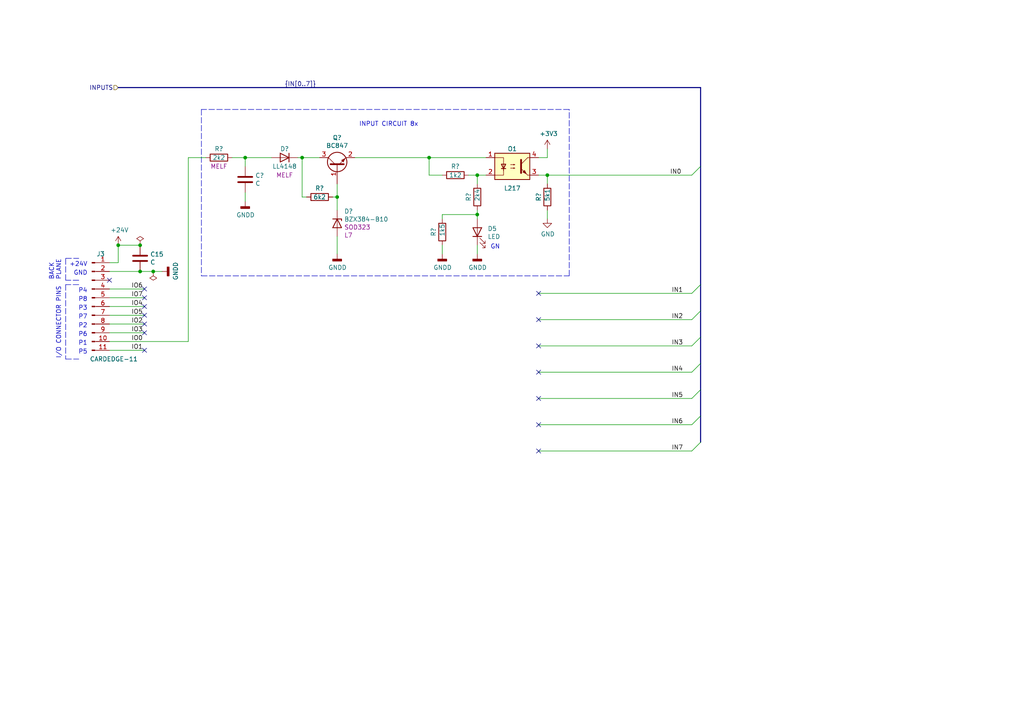
<source format=kicad_sch>
(kicad_sch (version 20211123) (generator eeschema)

  (uuid ee792600-ac92-42d4-bfa6-2e382859bc7e)

  (paper "A4")

  (title_block
    (title "Vipa SLIO SM021-1BF00 DI8xDC24V DC")
    (date "2024-11-05")
    (rev "3")
    (company "Reverse engineered, design copyright VIPA GmbH")
    (comment 1 "Input conditioning.")
    (comment 2 "Accuracy of components and wiring not guaranteed!")
    (comment 3 "For repair purposes only!")
  )

  (lib_symbols
    (symbol "Connector:Conn_01x11_Male" (pin_names (offset 1.016) hide) (in_bom yes) (on_board yes)
      (property "Reference" "J" (id 0) (at 0 15.24 0)
        (effects (font (size 1.27 1.27)))
      )
      (property "Value" "Conn_01x11_Male" (id 1) (at 0 -15.24 0)
        (effects (font (size 1.27 1.27)))
      )
      (property "Footprint" "" (id 2) (at 0 0 0)
        (effects (font (size 1.27 1.27)) hide)
      )
      (property "Datasheet" "~" (id 3) (at 0 0 0)
        (effects (font (size 1.27 1.27)) hide)
      )
      (property "ki_keywords" "connector" (id 4) (at 0 0 0)
        (effects (font (size 1.27 1.27)) hide)
      )
      (property "ki_description" "Generic connector, single row, 01x11, script generated (kicad-library-utils/schlib/autogen/connector/)" (id 5) (at 0 0 0)
        (effects (font (size 1.27 1.27)) hide)
      )
      (property "ki_fp_filters" "Connector*:*_1x??_*" (id 6) (at 0 0 0)
        (effects (font (size 1.27 1.27)) hide)
      )
      (symbol "Conn_01x11_Male_1_1"
        (polyline
          (pts
            (xy 1.27 -12.7)
            (xy 0.8636 -12.7)
          )
          (stroke (width 0.1524) (type default) (color 0 0 0 0))
          (fill (type none))
        )
        (polyline
          (pts
            (xy 1.27 -10.16)
            (xy 0.8636 -10.16)
          )
          (stroke (width 0.1524) (type default) (color 0 0 0 0))
          (fill (type none))
        )
        (polyline
          (pts
            (xy 1.27 -7.62)
            (xy 0.8636 -7.62)
          )
          (stroke (width 0.1524) (type default) (color 0 0 0 0))
          (fill (type none))
        )
        (polyline
          (pts
            (xy 1.27 -5.08)
            (xy 0.8636 -5.08)
          )
          (stroke (width 0.1524) (type default) (color 0 0 0 0))
          (fill (type none))
        )
        (polyline
          (pts
            (xy 1.27 -2.54)
            (xy 0.8636 -2.54)
          )
          (stroke (width 0.1524) (type default) (color 0 0 0 0))
          (fill (type none))
        )
        (polyline
          (pts
            (xy 1.27 0)
            (xy 0.8636 0)
          )
          (stroke (width 0.1524) (type default) (color 0 0 0 0))
          (fill (type none))
        )
        (polyline
          (pts
            (xy 1.27 2.54)
            (xy 0.8636 2.54)
          )
          (stroke (width 0.1524) (type default) (color 0 0 0 0))
          (fill (type none))
        )
        (polyline
          (pts
            (xy 1.27 5.08)
            (xy 0.8636 5.08)
          )
          (stroke (width 0.1524) (type default) (color 0 0 0 0))
          (fill (type none))
        )
        (polyline
          (pts
            (xy 1.27 7.62)
            (xy 0.8636 7.62)
          )
          (stroke (width 0.1524) (type default) (color 0 0 0 0))
          (fill (type none))
        )
        (polyline
          (pts
            (xy 1.27 10.16)
            (xy 0.8636 10.16)
          )
          (stroke (width 0.1524) (type default) (color 0 0 0 0))
          (fill (type none))
        )
        (polyline
          (pts
            (xy 1.27 12.7)
            (xy 0.8636 12.7)
          )
          (stroke (width 0.1524) (type default) (color 0 0 0 0))
          (fill (type none))
        )
        (rectangle (start 0.8636 -12.573) (end 0 -12.827)
          (stroke (width 0.1524) (type default) (color 0 0 0 0))
          (fill (type outline))
        )
        (rectangle (start 0.8636 -10.033) (end 0 -10.287)
          (stroke (width 0.1524) (type default) (color 0 0 0 0))
          (fill (type outline))
        )
        (rectangle (start 0.8636 -7.493) (end 0 -7.747)
          (stroke (width 0.1524) (type default) (color 0 0 0 0))
          (fill (type outline))
        )
        (rectangle (start 0.8636 -4.953) (end 0 -5.207)
          (stroke (width 0.1524) (type default) (color 0 0 0 0))
          (fill (type outline))
        )
        (rectangle (start 0.8636 -2.413) (end 0 -2.667)
          (stroke (width 0.1524) (type default) (color 0 0 0 0))
          (fill (type outline))
        )
        (rectangle (start 0.8636 0.127) (end 0 -0.127)
          (stroke (width 0.1524) (type default) (color 0 0 0 0))
          (fill (type outline))
        )
        (rectangle (start 0.8636 2.667) (end 0 2.413)
          (stroke (width 0.1524) (type default) (color 0 0 0 0))
          (fill (type outline))
        )
        (rectangle (start 0.8636 5.207) (end 0 4.953)
          (stroke (width 0.1524) (type default) (color 0 0 0 0))
          (fill (type outline))
        )
        (rectangle (start 0.8636 7.747) (end 0 7.493)
          (stroke (width 0.1524) (type default) (color 0 0 0 0))
          (fill (type outline))
        )
        (rectangle (start 0.8636 10.287) (end 0 10.033)
          (stroke (width 0.1524) (type default) (color 0 0 0 0))
          (fill (type outline))
        )
        (rectangle (start 0.8636 12.827) (end 0 12.573)
          (stroke (width 0.1524) (type default) (color 0 0 0 0))
          (fill (type outline))
        )
        (pin passive line (at 5.08 12.7 180) (length 3.81)
          (name "Pin_1" (effects (font (size 1.27 1.27))))
          (number "1" (effects (font (size 1.27 1.27))))
        )
        (pin passive line (at 5.08 -10.16 180) (length 3.81)
          (name "Pin_10" (effects (font (size 1.27 1.27))))
          (number "10" (effects (font (size 1.27 1.27))))
        )
        (pin passive line (at 5.08 -12.7 180) (length 3.81)
          (name "Pin_11" (effects (font (size 1.27 1.27))))
          (number "11" (effects (font (size 1.27 1.27))))
        )
        (pin passive line (at 5.08 10.16 180) (length 3.81)
          (name "Pin_2" (effects (font (size 1.27 1.27))))
          (number "2" (effects (font (size 1.27 1.27))))
        )
        (pin passive line (at 5.08 7.62 180) (length 3.81)
          (name "Pin_3" (effects (font (size 1.27 1.27))))
          (number "3" (effects (font (size 1.27 1.27))))
        )
        (pin passive line (at 5.08 5.08 180) (length 3.81)
          (name "Pin_4" (effects (font (size 1.27 1.27))))
          (number "4" (effects (font (size 1.27 1.27))))
        )
        (pin passive line (at 5.08 2.54 180) (length 3.81)
          (name "Pin_5" (effects (font (size 1.27 1.27))))
          (number "5" (effects (font (size 1.27 1.27))))
        )
        (pin passive line (at 5.08 0 180) (length 3.81)
          (name "Pin_6" (effects (font (size 1.27 1.27))))
          (number "6" (effects (font (size 1.27 1.27))))
        )
        (pin passive line (at 5.08 -2.54 180) (length 3.81)
          (name "Pin_7" (effects (font (size 1.27 1.27))))
          (number "7" (effects (font (size 1.27 1.27))))
        )
        (pin passive line (at 5.08 -5.08 180) (length 3.81)
          (name "Pin_8" (effects (font (size 1.27 1.27))))
          (number "8" (effects (font (size 1.27 1.27))))
        )
        (pin passive line (at 5.08 -7.62 180) (length 3.81)
          (name "Pin_9" (effects (font (size 1.27 1.27))))
          (number "9" (effects (font (size 1.27 1.27))))
        )
      )
    )
    (symbol "Device:C" (pin_numbers hide) (pin_names (offset 0.254)) (in_bom yes) (on_board yes)
      (property "Reference" "C" (id 0) (at 0.635 2.54 0)
        (effects (font (size 1.27 1.27)) (justify left))
      )
      (property "Value" "C" (id 1) (at 0.635 -2.54 0)
        (effects (font (size 1.27 1.27)) (justify left))
      )
      (property "Footprint" "" (id 2) (at 0.9652 -3.81 0)
        (effects (font (size 1.27 1.27)) hide)
      )
      (property "Datasheet" "~" (id 3) (at 0 0 0)
        (effects (font (size 1.27 1.27)) hide)
      )
      (property "ki_keywords" "cap capacitor" (id 4) (at 0 0 0)
        (effects (font (size 1.27 1.27)) hide)
      )
      (property "ki_description" "Unpolarized capacitor" (id 5) (at 0 0 0)
        (effects (font (size 1.27 1.27)) hide)
      )
      (property "ki_fp_filters" "C_*" (id 6) (at 0 0 0)
        (effects (font (size 1.27 1.27)) hide)
      )
      (symbol "C_0_1"
        (polyline
          (pts
            (xy -2.032 -0.762)
            (xy 2.032 -0.762)
          )
          (stroke (width 0.508) (type default) (color 0 0 0 0))
          (fill (type none))
        )
        (polyline
          (pts
            (xy -2.032 0.762)
            (xy 2.032 0.762)
          )
          (stroke (width 0.508) (type default) (color 0 0 0 0))
          (fill (type none))
        )
      )
      (symbol "C_1_1"
        (pin passive line (at 0 3.81 270) (length 2.794)
          (name "~" (effects (font (size 1.27 1.27))))
          (number "1" (effects (font (size 1.27 1.27))))
        )
        (pin passive line (at 0 -3.81 90) (length 2.794)
          (name "~" (effects (font (size 1.27 1.27))))
          (number "2" (effects (font (size 1.27 1.27))))
        )
      )
    )
    (symbol "Device:D_Zener" (pin_numbers hide) (pin_names (offset 1.016) hide) (in_bom yes) (on_board yes)
      (property "Reference" "D" (id 0) (at 0 2.54 0)
        (effects (font (size 1.27 1.27)))
      )
      (property "Value" "D_Zener" (id 1) (at 0 -2.54 0)
        (effects (font (size 1.27 1.27)))
      )
      (property "Footprint" "" (id 2) (at 0 0 0)
        (effects (font (size 1.27 1.27)) hide)
      )
      (property "Datasheet" "~" (id 3) (at 0 0 0)
        (effects (font (size 1.27 1.27)) hide)
      )
      (property "ki_keywords" "diode" (id 4) (at 0 0 0)
        (effects (font (size 1.27 1.27)) hide)
      )
      (property "ki_description" "Zener diode" (id 5) (at 0 0 0)
        (effects (font (size 1.27 1.27)) hide)
      )
      (property "ki_fp_filters" "TO-???* *_Diode_* *SingleDiode* D_*" (id 6) (at 0 0 0)
        (effects (font (size 1.27 1.27)) hide)
      )
      (symbol "D_Zener_0_1"
        (polyline
          (pts
            (xy 1.27 0)
            (xy -1.27 0)
          )
          (stroke (width 0) (type default) (color 0 0 0 0))
          (fill (type none))
        )
        (polyline
          (pts
            (xy -1.27 -1.27)
            (xy -1.27 1.27)
            (xy -0.762 1.27)
          )
          (stroke (width 0.254) (type default) (color 0 0 0 0))
          (fill (type none))
        )
        (polyline
          (pts
            (xy 1.27 -1.27)
            (xy 1.27 1.27)
            (xy -1.27 0)
            (xy 1.27 -1.27)
          )
          (stroke (width 0.254) (type default) (color 0 0 0 0))
          (fill (type none))
        )
      )
      (symbol "D_Zener_1_1"
        (pin passive line (at -3.81 0 0) (length 2.54)
          (name "K" (effects (font (size 1.27 1.27))))
          (number "1" (effects (font (size 1.27 1.27))))
        )
        (pin passive line (at 3.81 0 180) (length 2.54)
          (name "A" (effects (font (size 1.27 1.27))))
          (number "2" (effects (font (size 1.27 1.27))))
        )
      )
    )
    (symbol "Device:LED" (pin_numbers hide) (pin_names (offset 1.016) hide) (in_bom yes) (on_board yes)
      (property "Reference" "D" (id 0) (at 0 2.54 0)
        (effects (font (size 1.27 1.27)))
      )
      (property "Value" "LED" (id 1) (at 0 -2.54 0)
        (effects (font (size 1.27 1.27)))
      )
      (property "Footprint" "" (id 2) (at 0 0 0)
        (effects (font (size 1.27 1.27)) hide)
      )
      (property "Datasheet" "~" (id 3) (at 0 0 0)
        (effects (font (size 1.27 1.27)) hide)
      )
      (property "ki_keywords" "LED diode" (id 4) (at 0 0 0)
        (effects (font (size 1.27 1.27)) hide)
      )
      (property "ki_description" "Light emitting diode" (id 5) (at 0 0 0)
        (effects (font (size 1.27 1.27)) hide)
      )
      (property "ki_fp_filters" "LED* LED_SMD:* LED_THT:*" (id 6) (at 0 0 0)
        (effects (font (size 1.27 1.27)) hide)
      )
      (symbol "LED_0_1"
        (polyline
          (pts
            (xy -1.27 -1.27)
            (xy -1.27 1.27)
          )
          (stroke (width 0.254) (type default) (color 0 0 0 0))
          (fill (type none))
        )
        (polyline
          (pts
            (xy -1.27 0)
            (xy 1.27 0)
          )
          (stroke (width 0) (type default) (color 0 0 0 0))
          (fill (type none))
        )
        (polyline
          (pts
            (xy 1.27 -1.27)
            (xy 1.27 1.27)
            (xy -1.27 0)
            (xy 1.27 -1.27)
          )
          (stroke (width 0.254) (type default) (color 0 0 0 0))
          (fill (type none))
        )
        (polyline
          (pts
            (xy -3.048 -0.762)
            (xy -4.572 -2.286)
            (xy -3.81 -2.286)
            (xy -4.572 -2.286)
            (xy -4.572 -1.524)
          )
          (stroke (width 0) (type default) (color 0 0 0 0))
          (fill (type none))
        )
        (polyline
          (pts
            (xy -1.778 -0.762)
            (xy -3.302 -2.286)
            (xy -2.54 -2.286)
            (xy -3.302 -2.286)
            (xy -3.302 -1.524)
          )
          (stroke (width 0) (type default) (color 0 0 0 0))
          (fill (type none))
        )
      )
      (symbol "LED_1_1"
        (pin passive line (at -3.81 0 0) (length 2.54)
          (name "K" (effects (font (size 1.27 1.27))))
          (number "1" (effects (font (size 1.27 1.27))))
        )
        (pin passive line (at 3.81 0 180) (length 2.54)
          (name "A" (effects (font (size 1.27 1.27))))
          (number "2" (effects (font (size 1.27 1.27))))
        )
      )
    )
    (symbol "Device:R" (pin_numbers hide) (pin_names (offset 0)) (in_bom yes) (on_board yes)
      (property "Reference" "R" (id 0) (at 2.032 0 90)
        (effects (font (size 1.27 1.27)))
      )
      (property "Value" "R" (id 1) (at 0 0 90)
        (effects (font (size 1.27 1.27)))
      )
      (property "Footprint" "" (id 2) (at -1.778 0 90)
        (effects (font (size 1.27 1.27)) hide)
      )
      (property "Datasheet" "~" (id 3) (at 0 0 0)
        (effects (font (size 1.27 1.27)) hide)
      )
      (property "ki_keywords" "R res resistor" (id 4) (at 0 0 0)
        (effects (font (size 1.27 1.27)) hide)
      )
      (property "ki_description" "Resistor" (id 5) (at 0 0 0)
        (effects (font (size 1.27 1.27)) hide)
      )
      (property "ki_fp_filters" "R_*" (id 6) (at 0 0 0)
        (effects (font (size 1.27 1.27)) hide)
      )
      (symbol "R_0_1"
        (rectangle (start -1.016 -2.54) (end 1.016 2.54)
          (stroke (width 0.254) (type default) (color 0 0 0 0))
          (fill (type none))
        )
      )
      (symbol "R_1_1"
        (pin passive line (at 0 3.81 270) (length 1.27)
          (name "~" (effects (font (size 1.27 1.27))))
          (number "1" (effects (font (size 1.27 1.27))))
        )
        (pin passive line (at 0 -3.81 90) (length 1.27)
          (name "~" (effects (font (size 1.27 1.27))))
          (number "2" (effects (font (size 1.27 1.27))))
        )
      )
    )
    (symbol "Diode:LL4148" (pin_numbers hide) (pin_names hide) (in_bom yes) (on_board yes)
      (property "Reference" "D" (id 0) (at 0 2.54 0)
        (effects (font (size 1.27 1.27)))
      )
      (property "Value" "LL4148" (id 1) (at 0 -2.54 0)
        (effects (font (size 1.27 1.27)))
      )
      (property "Footprint" "Diode_SMD:D_MiniMELF" (id 2) (at 0 -4.445 0)
        (effects (font (size 1.27 1.27)) hide)
      )
      (property "Datasheet" "http://www.vishay.com/docs/85557/ll4148.pdf" (id 3) (at 0 0 0)
        (effects (font (size 1.27 1.27)) hide)
      )
      (property "ki_keywords" "diode" (id 4) (at 0 0 0)
        (effects (font (size 1.27 1.27)) hide)
      )
      (property "ki_description" "100V 0.15A standard switching diode, MiniMELF" (id 5) (at 0 0 0)
        (effects (font (size 1.27 1.27)) hide)
      )
      (property "ki_fp_filters" "D*MiniMELF*" (id 6) (at 0 0 0)
        (effects (font (size 1.27 1.27)) hide)
      )
      (symbol "LL4148_0_1"
        (polyline
          (pts
            (xy -1.27 1.27)
            (xy -1.27 -1.27)
          )
          (stroke (width 0.254) (type default) (color 0 0 0 0))
          (fill (type none))
        )
        (polyline
          (pts
            (xy 1.27 0)
            (xy -1.27 0)
          )
          (stroke (width 0) (type default) (color 0 0 0 0))
          (fill (type none))
        )
        (polyline
          (pts
            (xy 1.27 1.27)
            (xy 1.27 -1.27)
            (xy -1.27 0)
            (xy 1.27 1.27)
          )
          (stroke (width 0.254) (type default) (color 0 0 0 0))
          (fill (type none))
        )
      )
      (symbol "LL4148_1_1"
        (pin passive line (at -3.81 0 0) (length 2.54)
          (name "K" (effects (font (size 1.27 1.27))))
          (number "1" (effects (font (size 1.27 1.27))))
        )
        (pin passive line (at 3.81 0 180) (length 2.54)
          (name "A" (effects (font (size 1.27 1.27))))
          (number "2" (effects (font (size 1.27 1.27))))
        )
      )
    )
    (symbol "Isolator:SFH617A-2" (pin_names (offset 1.016)) (in_bom yes) (on_board yes)
      (property "Reference" "U" (id 0) (at -5.08 5.08 0)
        (effects (font (size 1.27 1.27)) (justify left))
      )
      (property "Value" "SFH617A-2" (id 1) (at 0 5.08 0)
        (effects (font (size 1.27 1.27)) (justify left))
      )
      (property "Footprint" "Package_DIP:DIP-4_W7.62mm" (id 2) (at -5.08 -5.08 0)
        (effects (font (size 1.27 1.27) italic) (justify left) hide)
      )
      (property "Datasheet" "http://www.vishay.com/docs/83740/sfh617a.pdf" (id 3) (at 0 0 0)
        (effects (font (size 1.27 1.27)) (justify left) hide)
      )
      (property "ki_keywords" "Optocoupler, Phototransistor Output, 5300 VRMS, VCEO 70V, CTR% 63-125" (id 4) (at 0 0 0)
        (effects (font (size 1.27 1.27)) hide)
      )
      (property "ki_description" "Optocoupler, Phototransistor Output, 5300 VRMS, VCEO 70V, CTR% 63-125, -55 to +110 degree Celsius, UL, BSI, FIMKO, cUL, THT PDIP-4" (id 5) (at 0 0 0)
        (effects (font (size 1.27 1.27)) hide)
      )
      (property "ki_fp_filters" "DIP*W7.62mm*" (id 6) (at 0 0 0)
        (effects (font (size 1.27 1.27)) hide)
      )
      (symbol "SFH617A-2_0_1"
        (rectangle (start -5.08 3.81) (end 5.08 -3.81)
          (stroke (width 0.254) (type default) (color 0 0 0 0))
          (fill (type background))
        )
        (polyline
          (pts
            (xy -3.175 -0.635)
            (xy -1.905 -0.635)
          )
          (stroke (width 0.254) (type default) (color 0 0 0 0))
          (fill (type none))
        )
        (polyline
          (pts
            (xy 2.54 0.635)
            (xy 4.445 2.54)
          )
          (stroke (width 0) (type default) (color 0 0 0 0))
          (fill (type none))
        )
        (polyline
          (pts
            (xy 4.445 -2.54)
            (xy 2.54 -0.635)
          )
          (stroke (width 0) (type default) (color 0 0 0 0))
          (fill (type outline))
        )
        (polyline
          (pts
            (xy 4.445 -2.54)
            (xy 5.08 -2.54)
          )
          (stroke (width 0) (type default) (color 0 0 0 0))
          (fill (type none))
        )
        (polyline
          (pts
            (xy 4.445 2.54)
            (xy 5.08 2.54)
          )
          (stroke (width 0) (type default) (color 0 0 0 0))
          (fill (type none))
        )
        (polyline
          (pts
            (xy -2.54 -0.635)
            (xy -2.54 -2.54)
            (xy -5.08 -2.54)
          )
          (stroke (width 0) (type default) (color 0 0 0 0))
          (fill (type none))
        )
        (polyline
          (pts
            (xy 2.54 1.905)
            (xy 2.54 -1.905)
            (xy 2.54 -1.905)
          )
          (stroke (width 0.508) (type default) (color 0 0 0 0))
          (fill (type none))
        )
        (polyline
          (pts
            (xy -5.08 2.54)
            (xy -2.54 2.54)
            (xy -2.54 -1.27)
            (xy -2.54 0.635)
          )
          (stroke (width 0) (type default) (color 0 0 0 0))
          (fill (type none))
        )
        (polyline
          (pts
            (xy -2.54 -0.635)
            (xy -3.175 0.635)
            (xy -1.905 0.635)
            (xy -2.54 -0.635)
          )
          (stroke (width 0.254) (type default) (color 0 0 0 0))
          (fill (type none))
        )
        (polyline
          (pts
            (xy -0.508 -0.508)
            (xy 0.762 -0.508)
            (xy 0.381 -0.635)
            (xy 0.381 -0.381)
            (xy 0.762 -0.508)
          )
          (stroke (width 0) (type default) (color 0 0 0 0))
          (fill (type none))
        )
        (polyline
          (pts
            (xy -0.508 0.508)
            (xy 0.762 0.508)
            (xy 0.381 0.381)
            (xy 0.381 0.635)
            (xy 0.762 0.508)
          )
          (stroke (width 0) (type default) (color 0 0 0 0))
          (fill (type none))
        )
        (polyline
          (pts
            (xy 3.048 -1.651)
            (xy 3.556 -1.143)
            (xy 4.064 -2.159)
            (xy 3.048 -1.651)
            (xy 3.048 -1.651)
          )
          (stroke (width 0) (type default) (color 0 0 0 0))
          (fill (type outline))
        )
      )
      (symbol "SFH617A-2_1_1"
        (pin passive line (at -7.62 2.54 0) (length 2.54)
          (name "~" (effects (font (size 1.27 1.27))))
          (number "1" (effects (font (size 1.27 1.27))))
        )
        (pin passive line (at -7.62 -2.54 0) (length 2.54)
          (name "~" (effects (font (size 1.27 1.27))))
          (number "2" (effects (font (size 1.27 1.27))))
        )
        (pin passive line (at 7.62 -2.54 180) (length 2.54)
          (name "~" (effects (font (size 1.27 1.27))))
          (number "3" (effects (font (size 1.27 1.27))))
        )
        (pin passive line (at 7.62 2.54 180) (length 2.54)
          (name "~" (effects (font (size 1.27 1.27))))
          (number "4" (effects (font (size 1.27 1.27))))
        )
      )
    )
    (symbol "Transistor_BJT:BC847" (pin_names (offset 0) hide) (in_bom yes) (on_board yes)
      (property "Reference" "Q" (id 0) (at 5.08 1.905 0)
        (effects (font (size 1.27 1.27)) (justify left))
      )
      (property "Value" "BC847" (id 1) (at 5.08 0 0)
        (effects (font (size 1.27 1.27)) (justify left))
      )
      (property "Footprint" "Package_TO_SOT_SMD:SOT-23" (id 2) (at 5.08 -1.905 0)
        (effects (font (size 1.27 1.27) italic) (justify left) hide)
      )
      (property "Datasheet" "http://www.infineon.com/dgdl/Infineon-BC847SERIES_BC848SERIES_BC849SERIES_BC850SERIES-DS-v01_01-en.pdf?fileId=db3a304314dca389011541d4630a1657" (id 3) (at 0 0 0)
        (effects (font (size 1.27 1.27)) (justify left) hide)
      )
      (property "ki_keywords" "NPN Small Signal Transistor" (id 4) (at 0 0 0)
        (effects (font (size 1.27 1.27)) hide)
      )
      (property "ki_description" "0.1A Ic, 45V Vce, NPN Transistor, SOT-23" (id 5) (at 0 0 0)
        (effects (font (size 1.27 1.27)) hide)
      )
      (property "ki_fp_filters" "SOT?23*" (id 6) (at 0 0 0)
        (effects (font (size 1.27 1.27)) hide)
      )
      (symbol "BC847_0_1"
        (polyline
          (pts
            (xy 0.635 0.635)
            (xy 2.54 2.54)
          )
          (stroke (width 0) (type default) (color 0 0 0 0))
          (fill (type none))
        )
        (polyline
          (pts
            (xy 0.635 -0.635)
            (xy 2.54 -2.54)
            (xy 2.54 -2.54)
          )
          (stroke (width 0) (type default) (color 0 0 0 0))
          (fill (type none))
        )
        (polyline
          (pts
            (xy 0.635 1.905)
            (xy 0.635 -1.905)
            (xy 0.635 -1.905)
          )
          (stroke (width 0.508) (type default) (color 0 0 0 0))
          (fill (type none))
        )
        (polyline
          (pts
            (xy 1.27 -1.778)
            (xy 1.778 -1.27)
            (xy 2.286 -2.286)
            (xy 1.27 -1.778)
            (xy 1.27 -1.778)
          )
          (stroke (width 0) (type default) (color 0 0 0 0))
          (fill (type outline))
        )
        (circle (center 1.27 0) (radius 2.8194)
          (stroke (width 0.254) (type default) (color 0 0 0 0))
          (fill (type none))
        )
      )
      (symbol "BC847_1_1"
        (pin input line (at -5.08 0 0) (length 5.715)
          (name "B" (effects (font (size 1.27 1.27))))
          (number "1" (effects (font (size 1.27 1.27))))
        )
        (pin passive line (at 2.54 -5.08 90) (length 2.54)
          (name "E" (effects (font (size 1.27 1.27))))
          (number "2" (effects (font (size 1.27 1.27))))
        )
        (pin passive line (at 2.54 5.08 270) (length 2.54)
          (name "C" (effects (font (size 1.27 1.27))))
          (number "3" (effects (font (size 1.27 1.27))))
        )
      )
    )
    (symbol "power:+24V" (power) (pin_names (offset 0)) (in_bom yes) (on_board yes)
      (property "Reference" "#PWR" (id 0) (at 0 -3.81 0)
        (effects (font (size 1.27 1.27)) hide)
      )
      (property "Value" "+24V" (id 1) (at 0 3.556 0)
        (effects (font (size 1.27 1.27)))
      )
      (property "Footprint" "" (id 2) (at 0 0 0)
        (effects (font (size 1.27 1.27)) hide)
      )
      (property "Datasheet" "" (id 3) (at 0 0 0)
        (effects (font (size 1.27 1.27)) hide)
      )
      (property "ki_keywords" "global power" (id 4) (at 0 0 0)
        (effects (font (size 1.27 1.27)) hide)
      )
      (property "ki_description" "Power symbol creates a global label with name \"+24V\"" (id 5) (at 0 0 0)
        (effects (font (size 1.27 1.27)) hide)
      )
      (symbol "+24V_0_1"
        (polyline
          (pts
            (xy -0.762 1.27)
            (xy 0 2.54)
          )
          (stroke (width 0) (type default) (color 0 0 0 0))
          (fill (type none))
        )
        (polyline
          (pts
            (xy 0 0)
            (xy 0 2.54)
          )
          (stroke (width 0) (type default) (color 0 0 0 0))
          (fill (type none))
        )
        (polyline
          (pts
            (xy 0 2.54)
            (xy 0.762 1.27)
          )
          (stroke (width 0) (type default) (color 0 0 0 0))
          (fill (type none))
        )
      )
      (symbol "+24V_1_1"
        (pin power_in line (at 0 0 90) (length 0) hide
          (name "+24V" (effects (font (size 1.27 1.27))))
          (number "1" (effects (font (size 1.27 1.27))))
        )
      )
    )
    (symbol "power:+3V3" (power) (pin_names (offset 0)) (in_bom yes) (on_board yes)
      (property "Reference" "#PWR" (id 0) (at 0 -3.81 0)
        (effects (font (size 1.27 1.27)) hide)
      )
      (property "Value" "+3V3" (id 1) (at 0 3.556 0)
        (effects (font (size 1.27 1.27)))
      )
      (property "Footprint" "" (id 2) (at 0 0 0)
        (effects (font (size 1.27 1.27)) hide)
      )
      (property "Datasheet" "" (id 3) (at 0 0 0)
        (effects (font (size 1.27 1.27)) hide)
      )
      (property "ki_keywords" "global power" (id 4) (at 0 0 0)
        (effects (font (size 1.27 1.27)) hide)
      )
      (property "ki_description" "Power symbol creates a global label with name \"+3V3\"" (id 5) (at 0 0 0)
        (effects (font (size 1.27 1.27)) hide)
      )
      (symbol "+3V3_0_1"
        (polyline
          (pts
            (xy -0.762 1.27)
            (xy 0 2.54)
          )
          (stroke (width 0) (type default) (color 0 0 0 0))
          (fill (type none))
        )
        (polyline
          (pts
            (xy 0 0)
            (xy 0 2.54)
          )
          (stroke (width 0) (type default) (color 0 0 0 0))
          (fill (type none))
        )
        (polyline
          (pts
            (xy 0 2.54)
            (xy 0.762 1.27)
          )
          (stroke (width 0) (type default) (color 0 0 0 0))
          (fill (type none))
        )
      )
      (symbol "+3V3_1_1"
        (pin power_in line (at 0 0 90) (length 0) hide
          (name "+3V3" (effects (font (size 1.27 1.27))))
          (number "1" (effects (font (size 1.27 1.27))))
        )
      )
    )
    (symbol "power:GND" (power) (pin_names (offset 0)) (in_bom yes) (on_board yes)
      (property "Reference" "#PWR" (id 0) (at 0 -6.35 0)
        (effects (font (size 1.27 1.27)) hide)
      )
      (property "Value" "GND" (id 1) (at 0 -3.81 0)
        (effects (font (size 1.27 1.27)))
      )
      (property "Footprint" "" (id 2) (at 0 0 0)
        (effects (font (size 1.27 1.27)) hide)
      )
      (property "Datasheet" "" (id 3) (at 0 0 0)
        (effects (font (size 1.27 1.27)) hide)
      )
      (property "ki_keywords" "global power" (id 4) (at 0 0 0)
        (effects (font (size 1.27 1.27)) hide)
      )
      (property "ki_description" "Power symbol creates a global label with name \"GND\" , ground" (id 5) (at 0 0 0)
        (effects (font (size 1.27 1.27)) hide)
      )
      (symbol "GND_0_1"
        (polyline
          (pts
            (xy 0 0)
            (xy 0 -1.27)
            (xy 1.27 -1.27)
            (xy 0 -2.54)
            (xy -1.27 -1.27)
            (xy 0 -1.27)
          )
          (stroke (width 0) (type default) (color 0 0 0 0))
          (fill (type none))
        )
      )
      (symbol "GND_1_1"
        (pin power_in line (at 0 0 270) (length 0) hide
          (name "GND" (effects (font (size 1.27 1.27))))
          (number "1" (effects (font (size 1.27 1.27))))
        )
      )
    )
    (symbol "power:GNDD" (power) (pin_names (offset 0)) (in_bom yes) (on_board yes)
      (property "Reference" "#PWR" (id 0) (at 0 -6.35 0)
        (effects (font (size 1.27 1.27)) hide)
      )
      (property "Value" "GNDD" (id 1) (at 0 -3.175 0)
        (effects (font (size 1.27 1.27)))
      )
      (property "Footprint" "" (id 2) (at 0 0 0)
        (effects (font (size 1.27 1.27)) hide)
      )
      (property "Datasheet" "" (id 3) (at 0 0 0)
        (effects (font (size 1.27 1.27)) hide)
      )
      (property "ki_keywords" "global power" (id 4) (at 0 0 0)
        (effects (font (size 1.27 1.27)) hide)
      )
      (property "ki_description" "Power symbol creates a global label with name \"GNDD\" , digital ground" (id 5) (at 0 0 0)
        (effects (font (size 1.27 1.27)) hide)
      )
      (symbol "GNDD_0_1"
        (rectangle (start -1.27 -1.524) (end 1.27 -2.032)
          (stroke (width 0.254) (type default) (color 0 0 0 0))
          (fill (type outline))
        )
        (polyline
          (pts
            (xy 0 0)
            (xy 0 -1.524)
          )
          (stroke (width 0) (type default) (color 0 0 0 0))
          (fill (type none))
        )
      )
      (symbol "GNDD_1_1"
        (pin power_in line (at 0 0 270) (length 0) hide
          (name "GNDD" (effects (font (size 1.27 1.27))))
          (number "1" (effects (font (size 1.27 1.27))))
        )
      )
    )
    (symbol "power:PWR_FLAG" (power) (pin_numbers hide) (pin_names (offset 0) hide) (in_bom yes) (on_board yes)
      (property "Reference" "#FLG" (id 0) (at 0 1.905 0)
        (effects (font (size 1.27 1.27)) hide)
      )
      (property "Value" "PWR_FLAG" (id 1) (at 0 3.81 0)
        (effects (font (size 1.27 1.27)))
      )
      (property "Footprint" "" (id 2) (at 0 0 0)
        (effects (font (size 1.27 1.27)) hide)
      )
      (property "Datasheet" "~" (id 3) (at 0 0 0)
        (effects (font (size 1.27 1.27)) hide)
      )
      (property "ki_keywords" "flag power" (id 4) (at 0 0 0)
        (effects (font (size 1.27 1.27)) hide)
      )
      (property "ki_description" "Special symbol for telling ERC where power comes from" (id 5) (at 0 0 0)
        (effects (font (size 1.27 1.27)) hide)
      )
      (symbol "PWR_FLAG_0_0"
        (pin power_out line (at 0 0 90) (length 0)
          (name "pwr" (effects (font (size 1.27 1.27))))
          (number "1" (effects (font (size 1.27 1.27))))
        )
      )
      (symbol "PWR_FLAG_0_1"
        (polyline
          (pts
            (xy 0 0)
            (xy 0 1.27)
            (xy -1.016 1.905)
            (xy 0 2.54)
            (xy 1.016 1.905)
            (xy 0 1.27)
          )
          (stroke (width 0) (type default) (color 0 0 0 0))
          (fill (type none))
        )
      )
    )
  )

  (junction (at 40.64 78.74) (diameter 0) (color 0 0 0 0)
    (uuid 5927977c-87ed-47ae-9441-1f400b208e74)
  )
  (junction (at 71.12 45.72) (diameter 0) (color 0 0 0 0)
    (uuid 61d8ac78-86f5-4f2f-a611-e3d6dd70cedb)
  )
  (junction (at 138.43 50.8) (diameter 0) (color 0 0 0 0)
    (uuid 752a6caf-fc29-492a-8703-3917fc14fe83)
  )
  (junction (at 138.43 62.23) (diameter 0) (color 0 0 0 0)
    (uuid 8d822149-5bd3-49cb-9d42-60b74a09822c)
  )
  (junction (at 87.63 45.72) (diameter 0) (color 0 0 0 0)
    (uuid c714cfd6-3af1-451e-971b-db9156ba7ea8)
  )
  (junction (at 34.29 71.12) (diameter 0) (color 0 0 0 0)
    (uuid d0f2886b-b4ca-4399-8d77-c70f6f62d4ce)
  )
  (junction (at 44.45 78.74) (diameter 0) (color 0 0 0 0)
    (uuid db150b4b-b237-4845-a457-aa291f44c2ce)
  )
  (junction (at 124.46 45.72) (diameter 0) (color 0 0 0 0)
    (uuid de9dcc7b-8d2c-4797-abd3-33f9fa1b04e4)
  )
  (junction (at 40.64 71.12) (diameter 0) (color 0 0 0 0)
    (uuid e1aa4ce9-a51e-4fe0-9e2f-c5c46b6372aa)
  )
  (junction (at 158.75 50.8) (diameter 0) (color 0 0 0 0)
    (uuid ebb29850-2560-41d4-99fe-cab554826564)
  )
  (junction (at 97.79 57.15) (diameter 0) (color 0 0 0 0)
    (uuid ebd9312c-c32c-421c-b979-d02c77de8381)
  )

  (no_connect (at 41.91 101.6) (uuid 0b43cda7-91be-4e0d-ae93-8321fac68489))
  (no_connect (at 156.21 85.09) (uuid 119434d2-45ca-48df-b2ca-a3514530ac89))
  (no_connect (at 156.21 107.95) (uuid 2ee1a05b-c006-42f0-bdfc-468170fb90b5))
  (no_connect (at 156.21 92.71) (uuid 329e51ec-a642-40ab-8769-9f5ef27e3f64))
  (no_connect (at 31.75 81.28) (uuid 38f506ec-e5b4-4d61-adfb-b74aad360ad4))
  (no_connect (at 156.21 123.19) (uuid 3f1bd9a1-b6be-48f6-b8d2-746e37ffa73f))
  (no_connect (at 41.91 91.44) (uuid 4908bade-425d-45ba-afcc-9ae3514bdd69))
  (no_connect (at 156.21 100.33) (uuid 60d781d9-7ff0-4426-b208-75d4114f2d26))
  (no_connect (at 41.91 96.52) (uuid 6ac12c2f-57be-449d-aef2-f3d3383ea3af))
  (no_connect (at 41.91 83.82) (uuid 76cd0a53-faf3-4aa7-a1d9-5c58868100d1))
  (no_connect (at 41.91 86.36) (uuid a8caae83-9db4-433f-bec4-49da33de625e))
  (no_connect (at 41.91 93.98) (uuid b25ace2e-03ee-4205-98a1-60774ac676b1))
  (no_connect (at 41.91 88.9) (uuid b976e450-9e77-4b5e-91a9-9d3d7d4f467c))
  (no_connect (at 156.21 130.81) (uuid cfadcbf5-743e-4d15-a6b2-c27d94f10300))
  (no_connect (at 156.21 115.57) (uuid e724e64f-f507-4af5-bd0d-cdbb9ab151dd))

  (bus_entry (at 200.66 85.09) (size 2.54 -2.54)
    (stroke (width 0) (type default) (color 0 0 0 0))
    (uuid 29226897-8932-4d06-9896-162e0e0da02b)
  )
  (bus_entry (at 200.66 92.71) (size 2.54 -2.54)
    (stroke (width 0) (type default) (color 0 0 0 0))
    (uuid 3c9dea49-48d0-4e46-a237-bfcd93e98dfd)
  )
  (bus_entry (at 200.66 130.81) (size 2.54 -2.54)
    (stroke (width 0) (type default) (color 0 0 0 0))
    (uuid 7422db8f-cc55-45a1-8bda-52ae92547d91)
  )
  (bus_entry (at 200.66 123.19) (size 2.54 -2.54)
    (stroke (width 0) (type default) (color 0 0 0 0))
    (uuid 9389cc93-7417-465d-9a5a-531804dbeead)
  )
  (bus_entry (at 200.66 50.8) (size 2.54 -2.54)
    (stroke (width 0) (type default) (color 0 0 0 0))
    (uuid be9d815e-782d-4d5d-87b7-f38daca78663)
  )
  (bus_entry (at 200.66 107.95) (size 2.54 -2.54)
    (stroke (width 0) (type default) (color 0 0 0 0))
    (uuid cc2a1cc3-0ddd-4eb9-b614-cbde503c21c7)
  )
  (bus_entry (at 200.66 100.33) (size 2.54 -2.54)
    (stroke (width 0) (type default) (color 0 0 0 0))
    (uuid e16a3ebd-37fb-413a-8b07-d83d64b04fbe)
  )
  (bus_entry (at 200.66 115.57) (size 2.54 -2.54)
    (stroke (width 0) (type default) (color 0 0 0 0))
    (uuid eb129061-aa98-428e-b0b6-65c1c0cd6e29)
  )

  (polyline (pts (xy 58.42 31.75) (xy 58.42 80.01))
    (stroke (width 0) (type default) (color 0 0 0 0))
    (uuid 07436902-6da7-4575-bc64-8892141dfcd5)
  )

  (wire (pts (xy 71.12 45.72) (xy 78.74 45.72))
    (stroke (width 0) (type default) (color 0 0 0 0))
    (uuid 0796dd00-4bc5-4317-bd8c-388467d1e81a)
  )
  (wire (pts (xy 54.61 45.72) (xy 59.69 45.72))
    (stroke (width 0) (type default) (color 0 0 0 0))
    (uuid 0a5b4f89-30bb-430f-a4b1-6b54b5213e30)
  )
  (wire (pts (xy 40.64 78.74) (xy 44.45 78.74))
    (stroke (width 0) (type default) (color 0 0 0 0))
    (uuid 0b6d0fde-aa17-4808-a646-95ddd787170c)
  )
  (bus (pts (xy 203.2 48.26) (xy 203.2 82.55))
    (stroke (width 0) (type default) (color 0 0 0 0))
    (uuid 0cc30175-042b-41da-ae15-253bd41af2f0)
  )

  (wire (pts (xy 158.75 50.8) (xy 200.66 50.8))
    (stroke (width 0) (type default) (color 0 0 0 0))
    (uuid 1095f92a-8bd5-43f3-acdc-10d2c78b8ea3)
  )
  (wire (pts (xy 158.75 50.8) (xy 158.75 53.34))
    (stroke (width 0) (type default) (color 0 0 0 0))
    (uuid 10c430d2-ccac-41bd-bced-2c137a1a469c)
  )
  (wire (pts (xy 71.12 55.88) (xy 71.12 58.42))
    (stroke (width 0) (type default) (color 0 0 0 0))
    (uuid 1493f441-eed4-496b-ad79-d52dcfb5ef2c)
  )
  (bus (pts (xy 203.2 90.17) (xy 203.2 97.79))
    (stroke (width 0) (type default) (color 0 0 0 0))
    (uuid 1565514a-c620-4fdd-92f0-81a22f677b92)
  )

  (wire (pts (xy 31.75 78.74) (xy 40.64 78.74))
    (stroke (width 0) (type default) (color 0 0 0 0))
    (uuid 163d4a6d-bfb0-457c-9811-1e3bf0e4bca7)
  )
  (wire (pts (xy 138.43 60.96) (xy 138.43 62.23))
    (stroke (width 0) (type default) (color 0 0 0 0))
    (uuid 169167e0-06be-4b20-9bc5-7911139c0686)
  )
  (bus (pts (xy 203.2 82.55) (xy 203.2 90.17))
    (stroke (width 0) (type default) (color 0 0 0 0))
    (uuid 18f73393-e955-4353-b52a-7522953c1efe)
  )

  (wire (pts (xy 87.63 45.72) (xy 87.63 57.15))
    (stroke (width 0) (type default) (color 0 0 0 0))
    (uuid 1c87d463-9916-4930-9ed9-5fc29ed47886)
  )
  (wire (pts (xy 158.75 45.72) (xy 156.21 45.72))
    (stroke (width 0) (type default) (color 0 0 0 0))
    (uuid 2cb7f71f-75aa-424f-afb5-cfb232b02b0f)
  )
  (wire (pts (xy 34.29 71.12) (xy 40.64 71.12))
    (stroke (width 0) (type default) (color 0 0 0 0))
    (uuid 2cdbef39-e3c1-4549-8e8d-d2417c344866)
  )
  (wire (pts (xy 135.89 50.8) (xy 138.43 50.8))
    (stroke (width 0) (type default) (color 0 0 0 0))
    (uuid 34047f3c-e884-48e9-bff0-4dde59efe872)
  )
  (wire (pts (xy 156.21 92.71) (xy 200.66 92.71))
    (stroke (width 0) (type default) (color 0 0 0 0))
    (uuid 35f540a8-c900-41a7-9a64-4b410a8325fd)
  )
  (wire (pts (xy 156.21 115.57) (xy 200.66 115.57))
    (stroke (width 0) (type default) (color 0 0 0 0))
    (uuid 3d36f66d-7add-49a2-9d24-0f12c4ca0514)
  )
  (wire (pts (xy 31.75 86.36) (xy 41.91 86.36))
    (stroke (width 0) (type default) (color 0 0 0 0))
    (uuid 494d558a-93ea-422d-96af-bf0a5bbe39f4)
  )
  (polyline (pts (xy 165.1 80.01) (xy 165.1 31.75))
    (stroke (width 0) (type default) (color 0 0 0 0))
    (uuid 49c31c98-c6ed-49f9-956a-180736191211)
  )

  (wire (pts (xy 102.87 45.72) (xy 124.46 45.72))
    (stroke (width 0) (type default) (color 0 0 0 0))
    (uuid 4dfe45af-e3e9-4327-bd33-852abadac01a)
  )
  (wire (pts (xy 158.75 60.96) (xy 158.75 63.5))
    (stroke (width 0) (type default) (color 0 0 0 0))
    (uuid 55edd61c-54d2-47a0-99eb-3a7bc7488937)
  )
  (wire (pts (xy 31.75 99.06) (xy 54.61 99.06))
    (stroke (width 0) (type default) (color 0 0 0 0))
    (uuid 56151fb9-672f-49fd-9096-9fae8c1fd4e5)
  )
  (polyline (pts (xy 22.86 82.55) (xy 19.05 82.55))
    (stroke (width 0) (type default) (color 0 0 0 0))
    (uuid 57c5eef4-d12b-48cc-8120-29354821df82)
  )

  (wire (pts (xy 156.21 107.95) (xy 200.66 107.95))
    (stroke (width 0) (type default) (color 0 0 0 0))
    (uuid 5a541b41-7b95-4a90-940d-927a3d644846)
  )
  (wire (pts (xy 128.27 62.23) (xy 128.27 63.5))
    (stroke (width 0) (type default) (color 0 0 0 0))
    (uuid 5dbfea9b-8d91-4179-8fdf-670e5804894e)
  )
  (wire (pts (xy 156.21 100.33) (xy 200.66 100.33))
    (stroke (width 0) (type default) (color 0 0 0 0))
    (uuid 5fcbb85f-6959-4797-a69e-d74ae6a1ea2e)
  )
  (polyline (pts (xy 165.1 31.75) (xy 58.42 31.75))
    (stroke (width 0) (type default) (color 0 0 0 0))
    (uuid 60b1ea2b-3d0c-4a2a-b0d7-4e0e252f8594)
  )

  (wire (pts (xy 124.46 50.8) (xy 128.27 50.8))
    (stroke (width 0) (type default) (color 0 0 0 0))
    (uuid 636005c4-89aa-421f-bc50-3fd78f999201)
  )
  (wire (pts (xy 92.71 45.72) (xy 87.63 45.72))
    (stroke (width 0) (type default) (color 0 0 0 0))
    (uuid 720250c2-ea11-4a76-b5f3-b7991e0ab674)
  )
  (polyline (pts (xy 58.42 80.01) (xy 165.1 80.01))
    (stroke (width 0) (type default) (color 0 0 0 0))
    (uuid 72de121f-b806-4f49-b848-97afd27098d7)
  )

  (wire (pts (xy 138.43 71.12) (xy 138.43 73.66))
    (stroke (width 0) (type default) (color 0 0 0 0))
    (uuid 73ba4459-089e-42ca-84cf-4757a21ebbdc)
  )
  (bus (pts (xy 203.2 105.41) (xy 203.2 113.03))
    (stroke (width 0) (type default) (color 0 0 0 0))
    (uuid 7655762a-d96f-4169-9d96-9a06ef762b57)
  )

  (wire (pts (xy 87.63 45.72) (xy 86.36 45.72))
    (stroke (width 0) (type default) (color 0 0 0 0))
    (uuid 7dbc1a7c-96c0-44c1-8109-ca2b146d1f0f)
  )
  (wire (pts (xy 31.75 91.44) (xy 41.91 91.44))
    (stroke (width 0) (type default) (color 0 0 0 0))
    (uuid 81cb145d-2afd-41fe-be62-fba2e72ad171)
  )
  (wire (pts (xy 156.21 130.81) (xy 200.66 130.81))
    (stroke (width 0) (type default) (color 0 0 0 0))
    (uuid 86fc3773-009a-4897-bede-1c1cd5174424)
  )
  (wire (pts (xy 87.63 57.15) (xy 88.9 57.15))
    (stroke (width 0) (type default) (color 0 0 0 0))
    (uuid 8de1da4e-183d-4e34-9bcc-5bb17e1d5e07)
  )
  (polyline (pts (xy 19.05 74.93) (xy 22.86 74.93))
    (stroke (width 0) (type default) (color 0 0 0 0))
    (uuid 97b1097f-68bd-4dd6-b1a0-e53abeda6cae)
  )

  (wire (pts (xy 31.75 88.9) (xy 41.91 88.9))
    (stroke (width 0) (type default) (color 0 0 0 0))
    (uuid 98e99597-44d7-4538-8f2c-fe2d19a89472)
  )
  (wire (pts (xy 97.79 68.58) (xy 97.79 73.66))
    (stroke (width 0) (type default) (color 0 0 0 0))
    (uuid 9bdf0319-ed46-41fd-b0d9-8ccd877f0db4)
  )
  (wire (pts (xy 54.61 45.72) (xy 54.61 99.06))
    (stroke (width 0) (type default) (color 0 0 0 0))
    (uuid a04c7448-4207-41e3-ac42-71167c20d8ad)
  )
  (polyline (pts (xy 22.86 81.28) (xy 19.05 81.28))
    (stroke (width 0) (type default) (color 0 0 0 0))
    (uuid a5fc4317-c419-46fe-aa91-18c3935e28d4)
  )

  (wire (pts (xy 31.75 101.6) (xy 41.91 101.6))
    (stroke (width 0) (type default) (color 0 0 0 0))
    (uuid a6e78961-2cb6-4b8d-8780-ecb8c35fcf18)
  )
  (wire (pts (xy 67.31 45.72) (xy 71.12 45.72))
    (stroke (width 0) (type default) (color 0 0 0 0))
    (uuid a723617d-d5fd-4c6e-8cbc-ddd0a3a4f539)
  )
  (wire (pts (xy 138.43 50.8) (xy 140.97 50.8))
    (stroke (width 0) (type default) (color 0 0 0 0))
    (uuid ae99ad97-ccb4-4c5c-9bcc-71809a4db31d)
  )
  (wire (pts (xy 34.29 76.2) (xy 34.29 71.12))
    (stroke (width 0) (type default) (color 0 0 0 0))
    (uuid b1586d16-b091-4026-b37d-8a8f78391925)
  )
  (wire (pts (xy 140.97 45.72) (xy 124.46 45.72))
    (stroke (width 0) (type default) (color 0 0 0 0))
    (uuid b2e2a788-79a4-4f6c-bf4c-50ee78d9a868)
  )
  (wire (pts (xy 156.21 50.8) (xy 158.75 50.8))
    (stroke (width 0) (type default) (color 0 0 0 0))
    (uuid b35e3f93-d462-4087-91f0-1dcb413757f4)
  )
  (wire (pts (xy 97.79 53.34) (xy 97.79 57.15))
    (stroke (width 0) (type default) (color 0 0 0 0))
    (uuid b7d921ff-d6c2-4a8d-902c-1e49d4fd5a27)
  )
  (wire (pts (xy 31.75 83.82) (xy 41.91 83.82))
    (stroke (width 0) (type default) (color 0 0 0 0))
    (uuid b96a779a-1169-4d55-bdb5-aaf6e7192be7)
  )
  (polyline (pts (xy 19.05 104.14) (xy 22.86 104.14))
    (stroke (width 0) (type default) (color 0 0 0 0))
    (uuid cc687e0c-35b1-4d7a-9d8d-90c59231408c)
  )

  (wire (pts (xy 97.79 57.15) (xy 97.79 60.96))
    (stroke (width 0) (type default) (color 0 0 0 0))
    (uuid ce6e0f42-26d3-433c-905e-0e5f648123b2)
  )
  (bus (pts (xy 203.2 97.79) (xy 203.2 105.41))
    (stroke (width 0) (type default) (color 0 0 0 0))
    (uuid d0dafce3-8daa-4985-aca4-0aa9783c68ea)
  )

  (wire (pts (xy 31.75 76.2) (xy 34.29 76.2))
    (stroke (width 0) (type default) (color 0 0 0 0))
    (uuid d493fc02-599d-45ae-b77d-f85771f654a3)
  )
  (polyline (pts (xy 19.05 81.28) (xy 19.05 74.93))
    (stroke (width 0) (type default) (color 0 0 0 0))
    (uuid d745d515-1da0-485f-b17d-0a31eeb5aa74)
  )

  (wire (pts (xy 44.45 78.74) (xy 46.99 78.74))
    (stroke (width 0) (type default) (color 0 0 0 0))
    (uuid dbb2e3ea-b654-4008-90fb-59de9d27af67)
  )
  (wire (pts (xy 156.21 85.09) (xy 200.66 85.09))
    (stroke (width 0) (type default) (color 0 0 0 0))
    (uuid defc4906-8490-4ff2-9da1-83bab3f1a15d)
  )
  (bus (pts (xy 203.2 113.03) (xy 203.2 120.65))
    (stroke (width 0) (type default) (color 0 0 0 0))
    (uuid e028088c-dd60-41e3-98b2-5581aaec4dc6)
  )

  (wire (pts (xy 31.75 96.52) (xy 41.91 96.52))
    (stroke (width 0) (type default) (color 0 0 0 0))
    (uuid e12a6280-d537-4103-853f-9e76e684dc00)
  )
  (wire (pts (xy 31.75 93.98) (xy 41.91 93.98))
    (stroke (width 0) (type default) (color 0 0 0 0))
    (uuid e648ad01-c5a9-4200-aa36-64a2493b1eb2)
  )
  (bus (pts (xy 203.2 120.65) (xy 203.2 128.27))
    (stroke (width 0) (type default) (color 0 0 0 0))
    (uuid eab321cd-f890-4d6f-81cc-98f5997a50cf)
  )

  (wire (pts (xy 138.43 50.8) (xy 138.43 53.34))
    (stroke (width 0) (type default) (color 0 0 0 0))
    (uuid ed3c482d-8478-451b-8e5c-1c24a22f0d1a)
  )
  (polyline (pts (xy 19.05 82.55) (xy 19.05 104.14))
    (stroke (width 0) (type default) (color 0 0 0 0))
    (uuid ef1b3fec-f372-4055-a2ca-95c20da1aec3)
  )

  (wire (pts (xy 158.75 43.18) (xy 158.75 45.72))
    (stroke (width 0) (type default) (color 0 0 0 0))
    (uuid efec3ee2-d84f-4804-8ef9-17ce9d7170b5)
  )
  (wire (pts (xy 138.43 62.23) (xy 138.43 63.5))
    (stroke (width 0) (type default) (color 0 0 0 0))
    (uuid f0a0d2e1-1b2e-48fd-a63b-b68e8307503a)
  )
  (wire (pts (xy 96.52 57.15) (xy 97.79 57.15))
    (stroke (width 0) (type default) (color 0 0 0 0))
    (uuid f23a79b0-8e01-4e9b-8c1e-7c6bfdf0963e)
  )
  (wire (pts (xy 128.27 71.12) (xy 128.27 73.66))
    (stroke (width 0) (type default) (color 0 0 0 0))
    (uuid f50f0700-0791-469a-8e6c-0132d66e412b)
  )
  (wire (pts (xy 138.43 62.23) (xy 128.27 62.23))
    (stroke (width 0) (type default) (color 0 0 0 0))
    (uuid f5c246aa-12d1-4637-a7d0-4d864f2e662a)
  )
  (bus (pts (xy 34.29 25.4) (xy 203.2 25.4))
    (stroke (width 0) (type default) (color 0 0 0 0))
    (uuid f60698ce-b938-4504-a036-f6d587310fc7)
  )

  (wire (pts (xy 71.12 48.26) (xy 71.12 45.72))
    (stroke (width 0) (type default) (color 0 0 0 0))
    (uuid f88f0555-acd0-4483-a080-7aee7f0d1aac)
  )
  (wire (pts (xy 156.21 123.19) (xy 200.66 123.19))
    (stroke (width 0) (type default) (color 0 0 0 0))
    (uuid f95fe97a-8ecd-44d4-935c-db72cf247fe9)
  )
  (wire (pts (xy 124.46 45.72) (xy 124.46 50.8))
    (stroke (width 0) (type default) (color 0 0 0 0))
    (uuid ff077099-b200-457e-b1f5-6c7a51132119)
  )
  (bus (pts (xy 203.2 25.4) (xy 203.2 48.26))
    (stroke (width 0) (type default) (color 0 0 0 0))
    (uuid ff4ebf6b-743b-4d88-9c00-39e274b77388)
  )

  (text "P5" (at 25.4 102.87 180)
    (effects (font (size 1.27 1.27)) (justify right bottom))
    (uuid 28d12a43-8e63-422a-b070-1a5065950cf1)
  )
  (text "GN" (at 142.24 72.39 0)
    (effects (font (size 1.27 1.27)) (justify left bottom))
    (uuid 2a6bbb13-47a2-451c-b99f-b3ae55f87487)
  )
  (text "P1" (at 25.4 100.33 180)
    (effects (font (size 1.27 1.27)) (justify right bottom))
    (uuid 2b2d0942-6369-4eb9-9b04-91a6c4837f49)
  )
  (text "GND" (at 25.4 80.01 180)
    (effects (font (size 1.27 1.27)) (justify right bottom))
    (uuid 39de7341-bb1a-490c-81c8-e57181a47b79)
  )
  (text "P3" (at 25.4 90.17 180)
    (effects (font (size 1.27 1.27)) (justify right bottom))
    (uuid 3ba1a4be-ec3e-407c-8cc9-665ff91a0203)
  )
  (text "P8" (at 25.4 87.63 180)
    (effects (font (size 1.27 1.27)) (justify right bottom))
    (uuid 5bbc54e4-3b63-4c91-a3b0-758ca3c1ead7)
  )
  (text "P4" (at 25.4 85.09 180)
    (effects (font (size 1.27 1.27)) (justify right bottom))
    (uuid 63d09ab5-be95-45e8-8de0-7a2074b9b494)
  )
  (text "+24V" (at 25.4 77.47 180)
    (effects (font (size 1.27 1.27)) (justify right bottom))
    (uuid 6c96bdc6-9d57-469c-9000-e9d858bfdf7c)
  )
  (text "P2" (at 25.4 95.25 180)
    (effects (font (size 1.27 1.27)) (justify right bottom))
    (uuid 9458ec6b-b75a-499c-ae25-8f21de7cc1ef)
  )
  (text "BACK\nPLANE" (at 17.78 81.28 90)
    (effects (font (size 1.27 1.27)) (justify left bottom))
    (uuid a3cf7b29-7135-4381-9bbb-5ffbeebbac06)
  )
  (text "P6" (at 25.4 97.79 180)
    (effects (font (size 1.27 1.27)) (justify right bottom))
    (uuid a5f5bb0c-c68b-41a7-9d8e-180d6707a740)
  )
  (text "INPUT CIRCUIT 8x" (at 104.14 36.83 0)
    (effects (font (size 1.27 1.27)) (justify left bottom))
    (uuid ce2ad826-c632-476f-a4b4-57e843fc81bc)
  )
  (text "P7" (at 25.4 92.71 180)
    (effects (font (size 1.27 1.27)) (justify right bottom))
    (uuid eb3e3d41-cd30-4ef8-a6e1-def7745c7684)
  )
  (text "I/O CONNECTOR PINS" (at 17.78 104.14 90)
    (effects (font (size 1.27 1.27)) (justify left bottom))
    (uuid fecf5ba4-d7e4-4b36-9939-8d2226d2923f)
  )

  (label "IN0" (at 194.31 50.8 0)
    (effects (font (size 1.27 1.27)) (justify left bottom))
    (uuid 0076baef-f49c-40c0-a6d0-3b30c5f596a1)
  )
  (label "IN2" (at 198.12 92.71 180)
    (effects (font (size 1.27 1.27)) (justify right bottom))
    (uuid 1f2f6ef1-1802-4ee6-99dc-17b7ee535bf7)
  )
  (label "IN4" (at 198.12 107.95 180)
    (effects (font (size 1.27 1.27)) (justify right bottom))
    (uuid 212a6c17-5ff3-44b1-821d-cc222c968dc6)
  )
  (label "IO7" (at 38.1 86.36 0)
    (effects (font (size 1.27 1.27)) (justify left bottom))
    (uuid 370d2dfc-3fdb-4e10-90f6-d87361713e19)
  )
  (label "IO4" (at 38.1 88.9 0)
    (effects (font (size 1.27 1.27)) (justify left bottom))
    (uuid 3d4a96f2-e772-4f82-94d4-c3b82297ef5e)
  )
  (label "IO1" (at 38.1 101.6 0)
    (effects (font (size 1.27 1.27)) (justify left bottom))
    (uuid 3feeddef-7f1f-433a-9ce6-59ec0d325bab)
  )
  (label "IN5" (at 198.12 115.57 180)
    (effects (font (size 1.27 1.27)) (justify right bottom))
    (uuid 43ce8b0b-82aa-494a-be2c-e6ca255f9b74)
  )
  (label "{IN[0..7]}" (at 82.55 25.4 0)
    (effects (font (size 1.27 1.27)) (justify left bottom))
    (uuid 53dc56b2-9405-4200-8354-5e38d0c6db42)
  )
  (label "IN7" (at 198.12 130.81 180)
    (effects (font (size 1.27 1.27)) (justify right bottom))
    (uuid 55fae3b2-4056-4728-a1ae-d3fcdfc085b6)
  )
  (label "IO5" (at 38.1 91.44 0)
    (effects (font (size 1.27 1.27)) (justify left bottom))
    (uuid 60f47395-6675-496b-93f4-3c0cfb9cd55e)
  )
  (label "IN6" (at 198.12 123.19 180)
    (effects (font (size 1.27 1.27)) (justify right bottom))
    (uuid 80a8ad0e-1bfd-49fd-a3d8-57e8699fdb61)
  )
  (label "IN1" (at 198.12 85.09 180)
    (effects (font (size 1.27 1.27)) (justify right bottom))
    (uuid 9efc1478-3fc6-4410-a458-df5d746b7761)
  )
  (label "IO3" (at 38.1 96.52 0)
    (effects (font (size 1.27 1.27)) (justify left bottom))
    (uuid b08bb9c1-4bb7-465e-b849-746806b582d9)
  )
  (label "IO2" (at 38.1 93.98 0)
    (effects (font (size 1.27 1.27)) (justify left bottom))
    (uuid cf702e99-bf16-43fc-a49c-03c30371d73c)
  )
  (label "IO6" (at 38.1 83.82 0)
    (effects (font (size 1.27 1.27)) (justify left bottom))
    (uuid e19f5602-b31f-4e05-8f66-4ae561b4556b)
  )
  (label "IO0" (at 38.1 99.06 0)
    (effects (font (size 1.27 1.27)) (justify left bottom))
    (uuid e246fc59-9e40-4a0e-8100-2cc49efdb52e)
  )
  (label "IN3" (at 198.12 100.33 180)
    (effects (font (size 1.27 1.27)) (justify right bottom))
    (uuid f488192c-bc73-498e-87b2-77db438ea8a1)
  )

  (hierarchical_label "INPUTS" (shape input) (at 34.29 25.4 180)
    (effects (font (size 1.27 1.27)) (justify right))
    (uuid f2326d2c-9dc1-4ae7-b8df-5c7c553150b2)
  )

  (symbol (lib_id "Device:R") (at 128.27 67.31 0) (unit 1)
    (in_bom yes) (on_board yes)
    (uuid 00000000-0000-0000-0000-0000664e7276)
    (property "Reference" "R?" (id 0) (at 125.73 68.58 90)
      (effects (font (size 1.27 1.27)) (justify left))
    )
    (property "Value" "1k5" (id 1) (at 128.27 68.58 90)
      (effects (font (size 1.27 1.27)) (justify left))
    )
    (property "Footprint" "" (id 2) (at 126.492 67.31 90)
      (effects (font (size 1.27 1.27)) hide)
    )
    (property "Datasheet" "~" (id 3) (at 128.27 67.31 0)
      (effects (font (size 1.27 1.27)) hide)
    )
    (pin "1" (uuid 8ca9f6a2-4564-4c9e-b344-d8356bd91ed2))
    (pin "2" (uuid b3acc174-70b5-45e8-81cc-7483bd0a1781))
  )

  (symbol (lib_id "power:GNDD") (at 128.27 73.66 0) (unit 1)
    (in_bom yes) (on_board yes)
    (uuid 00000000-0000-0000-0000-0000664e756a)
    (property "Reference" "#PWR030" (id 0) (at 128.27 80.01 0)
      (effects (font (size 1.27 1.27)) hide)
    )
    (property "Value" "GNDD" (id 1) (at 128.3716 77.597 0))
    (property "Footprint" "" (id 2) (at 128.27 73.66 0)
      (effects (font (size 1.27 1.27)) hide)
    )
    (property "Datasheet" "" (id 3) (at 128.27 73.66 0)
      (effects (font (size 1.27 1.27)) hide)
    )
    (pin "1" (uuid 6f7079eb-cec3-4c8b-9511-41f77a6f4a60))
  )

  (symbol (lib_id "power:GNDD") (at 138.43 73.66 0) (unit 1)
    (in_bom yes) (on_board yes)
    (uuid 00000000-0000-0000-0000-0000664e785a)
    (property "Reference" "#PWR031" (id 0) (at 138.43 80.01 0)
      (effects (font (size 1.27 1.27)) hide)
    )
    (property "Value" "GNDD" (id 1) (at 138.5316 77.597 0))
    (property "Footprint" "" (id 2) (at 138.43 73.66 0)
      (effects (font (size 1.27 1.27)) hide)
    )
    (property "Datasheet" "" (id 3) (at 138.43 73.66 0)
      (effects (font (size 1.27 1.27)) hide)
    )
    (pin "1" (uuid ae6ce613-bcf1-4a0a-8bbe-4745c9f77db9))
  )

  (symbol (lib_id "Transistor_BJT:BC847") (at 97.79 48.26 90) (unit 1)
    (in_bom yes) (on_board yes)
    (uuid 00000000-0000-0000-0000-0000664e8a18)
    (property "Reference" "Q?" (id 0) (at 97.79 39.9288 90))
    (property "Value" "BC847" (id 1) (at 97.79 42.2402 90))
    (property "Footprint" "Package_TO_SOT_SMD:SOT-23" (id 2) (at 99.695 43.18 0)
      (effects (font (size 1.27 1.27) italic) (justify left) hide)
    )
    (property "Datasheet" "http://www.infineon.com/dgdl/Infineon-BC847SERIES_BC848SERIES_BC849SERIES_BC850SERIES-DS-v01_01-en.pdf?fileId=db3a304314dca389011541d4630a1657" (id 3) (at 97.79 48.26 0)
      (effects (font (size 1.27 1.27)) (justify left) hide)
    )
    (pin "1" (uuid 7cfde540-57ab-4591-8360-5842561ac9ec))
    (pin "2" (uuid a7d2c7a9-99e4-40d4-8887-8e3101f65aeb))
    (pin "3" (uuid 2f5a78fd-b38f-481d-a201-d3f2ff495d68))
  )

  (symbol (lib_id "Device:R") (at 92.71 57.15 270) (unit 1)
    (in_bom yes) (on_board yes)
    (uuid 00000000-0000-0000-0000-0000664ead4a)
    (property "Reference" "R?" (id 0) (at 92.71 54.61 90))
    (property "Value" "6k2" (id 1) (at 92.71 57.15 90))
    (property "Footprint" "" (id 2) (at 92.71 55.372 90)
      (effects (font (size 1.27 1.27)) hide)
    )
    (property "Datasheet" "~" (id 3) (at 92.71 57.15 0)
      (effects (font (size 1.27 1.27)) hide)
    )
    (pin "1" (uuid 42481c73-f02a-43ac-8c50-6e78a9c3e0e0))
    (pin "2" (uuid acb7ce5b-0ba2-4a5d-a409-797edf21afb4))
  )

  (symbol (lib_id "Device:D_Zener") (at 97.79 64.77 270) (unit 1)
    (in_bom yes) (on_board yes)
    (uuid 00000000-0000-0000-0000-0000664efdf1)
    (property "Reference" "D?" (id 0) (at 99.822 61.2902 90)
      (effects (font (size 1.27 1.27)) (justify left))
    )
    (property "Value" "BZX384-B10" (id 1) (at 99.822 63.6016 90)
      (effects (font (size 1.27 1.27)) (justify left))
    )
    (property "Footprint" "" (id 2) (at 97.79 64.77 0)
      (effects (font (size 1.27 1.27)) hide)
    )
    (property "Datasheet" "~" (id 3) (at 97.79 64.77 0)
      (effects (font (size 1.27 1.27)) hide)
    )
    (property "Case" "SOD323" (id 4) (at 99.822 65.913 90)
      (effects (font (size 1.27 1.27)) (justify left))
    )
    (property "SmdCode" "L7" (id 5) (at 99.822 68.2244 90)
      (effects (font (size 1.27 1.27)) (justify left))
    )
    (pin "1" (uuid 0ed6249c-db4e-4d35-b705-1727308932ec))
    (pin "2" (uuid c89b277f-a36b-4602-9e29-9a1658166419))
  )

  (symbol (lib_id "Device:C") (at 40.64 74.93 0) (unit 1)
    (in_bom yes) (on_board yes)
    (uuid 00000000-0000-0000-0000-0000664f1ebe)
    (property "Reference" "C15" (id 0) (at 43.561 73.7616 0)
      (effects (font (size 1.27 1.27)) (justify left))
    )
    (property "Value" "C" (id 1) (at 43.561 76.073 0)
      (effects (font (size 1.27 1.27)) (justify left))
    )
    (property "Footprint" "" (id 2) (at 41.6052 78.74 0)
      (effects (font (size 1.27 1.27)) hide)
    )
    (property "Datasheet" "~" (id 3) (at 40.64 74.93 0)
      (effects (font (size 1.27 1.27)) hide)
    )
    (pin "1" (uuid bef25a24-7fe8-4157-ad45-ed1cd94359da))
    (pin "2" (uuid d84560ae-7e31-41d4-ba74-ed95fbf2976a))
  )

  (symbol (lib_id "power:GNDD") (at 46.99 78.74 90) (unit 1)
    (in_bom yes) (on_board yes)
    (uuid 00000000-0000-0000-0000-0000664f2354)
    (property "Reference" "#PWR032" (id 0) (at 53.34 78.74 0)
      (effects (font (size 1.27 1.27)) hide)
    )
    (property "Value" "GNDD" (id 1) (at 50.927 78.6384 0))
    (property "Footprint" "" (id 2) (at 46.99 78.74 0)
      (effects (font (size 1.27 1.27)) hide)
    )
    (property "Datasheet" "" (id 3) (at 46.99 78.74 0)
      (effects (font (size 1.27 1.27)) hide)
    )
    (pin "1" (uuid b0f52b5d-c84b-47a0-89dd-023d65ab9f42))
  )

  (symbol (lib_id "power:+24V") (at 34.29 71.12 0) (unit 1)
    (in_bom yes) (on_board yes)
    (uuid 00000000-0000-0000-0000-0000664f45ea)
    (property "Reference" "#PWR029" (id 0) (at 34.29 74.93 0)
      (effects (font (size 1.27 1.27)) hide)
    )
    (property "Value" "+24V" (id 1) (at 34.671 66.7258 0))
    (property "Footprint" "" (id 2) (at 34.29 71.12 0)
      (effects (font (size 1.27 1.27)) hide)
    )
    (property "Datasheet" "" (id 3) (at 34.29 71.12 0)
      (effects (font (size 1.27 1.27)) hide)
    )
    (pin "1" (uuid 20bf57f1-f577-4eba-a9d0-6fd336ad2d6c))
  )

  (symbol (lib_id "power:+3V3") (at 158.75 43.18 0) (unit 1)
    (in_bom yes) (on_board yes)
    (uuid 00000000-0000-0000-0000-000066508075)
    (property "Reference" "#PWR027" (id 0) (at 158.75 46.99 0)
      (effects (font (size 1.27 1.27)) hide)
    )
    (property "Value" "+3V3" (id 1) (at 159.131 38.7858 0))
    (property "Footprint" "" (id 2) (at 158.75 43.18 0)
      (effects (font (size 1.27 1.27)) hide)
    )
    (property "Datasheet" "" (id 3) (at 158.75 43.18 0)
      (effects (font (size 1.27 1.27)) hide)
    )
    (pin "1" (uuid cce3afdb-83c4-4355-b3d3-8140f60b407f))
  )

  (symbol (lib_id "Device:R") (at 158.75 57.15 0) (unit 1)
    (in_bom yes) (on_board yes)
    (uuid 00000000-0000-0000-0000-0000665094bf)
    (property "Reference" "R?" (id 0) (at 156.21 58.42 90)
      (effects (font (size 1.27 1.27)) (justify left))
    )
    (property "Value" "5k1" (id 1) (at 158.75 58.42 90)
      (effects (font (size 1.27 1.27)) (justify left))
    )
    (property "Footprint" "" (id 2) (at 156.972 57.15 90)
      (effects (font (size 1.27 1.27)) hide)
    )
    (property "Datasheet" "~" (id 3) (at 158.75 57.15 0)
      (effects (font (size 1.27 1.27)) hide)
    )
    (pin "1" (uuid 08ebe643-69f1-412b-b11b-88367938a602))
    (pin "2" (uuid 3a54518e-74f4-4769-a93e-7b9fb22b1f5d))
  )

  (symbol (lib_id "power:GND") (at 158.75 63.5 0) (unit 1)
    (in_bom yes) (on_board yes)
    (uuid 00000000-0000-0000-0000-000066509c0a)
    (property "Reference" "#PWR028" (id 0) (at 158.75 69.85 0)
      (effects (font (size 1.27 1.27)) hide)
    )
    (property "Value" "GND" (id 1) (at 158.877 67.8942 0))
    (property "Footprint" "" (id 2) (at 158.75 63.5 0)
      (effects (font (size 1.27 1.27)) hide)
    )
    (property "Datasheet" "" (id 3) (at 158.75 63.5 0)
      (effects (font (size 1.27 1.27)) hide)
    )
    (pin "1" (uuid d77ad26f-ea8a-4127-a6d5-f365a1139647))
  )

  (symbol (lib_id "power:PWR_FLAG") (at 44.45 78.74 0) (mirror x) (unit 1)
    (in_bom yes) (on_board yes)
    (uuid 00000000-0000-0000-0000-00006650c7b5)
    (property "Reference" "#FLG0103" (id 0) (at 44.45 80.645 0)
      (effects (font (size 1.27 1.27)) hide)
    )
    (property "Value" "PWR_FLAG" (id 1) (at 44.45 83.1342 0)
      (effects (font (size 1.27 1.27)) hide)
    )
    (property "Footprint" "" (id 2) (at 44.45 78.74 0)
      (effects (font (size 1.27 1.27)) hide)
    )
    (property "Datasheet" "~" (id 3) (at 44.45 78.74 0)
      (effects (font (size 1.27 1.27)) hide)
    )
    (pin "1" (uuid 3eeb7225-5555-453e-99a7-2ecaa3194c05))
  )

  (symbol (lib_id "power:PWR_FLAG") (at 40.64 71.12 0) (unit 1)
    (in_bom yes) (on_board yes)
    (uuid 00000000-0000-0000-0000-00006650cce4)
    (property "Reference" "#FLG0104" (id 0) (at 40.64 69.215 0)
      (effects (font (size 1.27 1.27)) hide)
    )
    (property "Value" "PWR_FLAG" (id 1) (at 40.64 66.7258 0)
      (effects (font (size 1.27 1.27)) hide)
    )
    (property "Footprint" "" (id 2) (at 40.64 71.12 0)
      (effects (font (size 1.27 1.27)) hide)
    )
    (property "Datasheet" "~" (id 3) (at 40.64 71.12 0)
      (effects (font (size 1.27 1.27)) hide)
    )
    (pin "1" (uuid 44655c57-447f-458d-90ce-953719f48452))
  )

  (symbol (lib_id "Device:R") (at 63.5 45.72 270) (unit 1)
    (in_bom yes) (on_board yes)
    (uuid 00000000-0000-0000-0000-0000667b63dd)
    (property "Reference" "R?" (id 0) (at 63.5 43.18 90))
    (property "Value" "2k2" (id 1) (at 63.5 45.72 90))
    (property "Footprint" "" (id 2) (at 63.5 43.942 90)
      (effects (font (size 1.27 1.27)) hide)
    )
    (property "Datasheet" "~" (id 3) (at 63.5 45.72 0)
      (effects (font (size 1.27 1.27)) hide)
    )
    (property "Case" "MELF" (id 4) (at 63.5 48.26 90))
    (pin "1" (uuid c378e644-ad1d-44f3-9a5c-5d51f1771f6e))
    (pin "2" (uuid fb63d95d-35f1-48a0-9c5f-6685c02813e5))
  )

  (symbol (lib_id "Device:C") (at 71.12 52.07 0) (unit 1)
    (in_bom yes) (on_board yes)
    (uuid 00000000-0000-0000-0000-0000667b6894)
    (property "Reference" "C?" (id 0) (at 74.041 50.9016 0)
      (effects (font (size 1.27 1.27)) (justify left))
    )
    (property "Value" "C" (id 1) (at 74.041 53.213 0)
      (effects (font (size 1.27 1.27)) (justify left))
    )
    (property "Footprint" "" (id 2) (at 72.0852 55.88 0)
      (effects (font (size 1.27 1.27)) hide)
    )
    (property "Datasheet" "~" (id 3) (at 71.12 52.07 0)
      (effects (font (size 1.27 1.27)) hide)
    )
    (pin "1" (uuid f0f9e468-4ddc-4c1f-afea-ba59366b596d))
    (pin "2" (uuid 4f9631e8-a0f7-441e-a3e9-1d338a714269))
  )

  (symbol (lib_id "power:GNDD") (at 71.12 58.42 0) (unit 1)
    (in_bom yes) (on_board yes)
    (uuid 00000000-0000-0000-0000-0000667b6ec6)
    (property "Reference" "#PWR0112" (id 0) (at 71.12 64.77 0)
      (effects (font (size 1.27 1.27)) hide)
    )
    (property "Value" "GNDD" (id 1) (at 71.2216 62.357 0))
    (property "Footprint" "" (id 2) (at 71.12 58.42 0)
      (effects (font (size 1.27 1.27)) hide)
    )
    (property "Datasheet" "" (id 3) (at 71.12 58.42 0)
      (effects (font (size 1.27 1.27)) hide)
    )
    (pin "1" (uuid 163c04cd-ccc2-4dc7-a032-97bacf05e320))
  )

  (symbol (lib_id "Diode:LL4148") (at 82.55 45.72 0) (mirror y) (unit 1)
    (in_bom yes) (on_board yes)
    (uuid 00000000-0000-0000-0000-0000667b75f2)
    (property "Reference" "D?" (id 0) (at 82.55 43.18 0))
    (property "Value" "LL4148" (id 1) (at 82.55 48.26 0))
    (property "Footprint" "Diode_SMD:D_MiniMELF" (id 2) (at 82.55 50.165 0)
      (effects (font (size 1.27 1.27)) hide)
    )
    (property "Datasheet" "http://www.vishay.com/docs/85557/ll4148.pdf" (id 3) (at 82.55 45.72 0)
      (effects (font (size 1.27 1.27)) hide)
    )
    (property "Case" "MELF" (id 4) (at 82.55 50.8 0))
    (pin "1" (uuid fa7a4bba-52eb-456b-a807-88319c495849))
    (pin "2" (uuid fd181a31-d197-4864-9006-1df1bf4d7099))
  )

  (symbol (lib_id "Isolator:SFH617A-2") (at 148.59 48.26 0) (unit 1)
    (in_bom yes) (on_board yes)
    (uuid 00000000-0000-0000-0000-0000667b8fa7)
    (property "Reference" "O1" (id 0) (at 148.59 43.18 0))
    (property "Value" "L217" (id 1) (at 148.59 54.61 0))
    (property "Footprint" "Package_DIP:DIP-4_W7.62mm" (id 2) (at 143.51 53.34 0)
      (effects (font (size 1.27 1.27) italic) (justify left) hide)
    )
    (property "Datasheet" "http://www.vishay.com/docs/83740/sfh617a.pdf" (id 3) (at 148.59 48.26 0)
      (effects (font (size 1.27 1.27)) (justify left) hide)
    )
    (pin "1" (uuid 3693a3b3-c1e3-4478-a2ee-c7a4613fbcdd))
    (pin "2" (uuid 9b8e7065-5ddf-455c-a840-a719c320c616))
    (pin "3" (uuid 98b62b50-aa13-4e26-a58f-1975aa0e55dc))
    (pin "4" (uuid b25a25c7-8d7d-403a-8ca4-2710dba64b26))
  )

  (symbol (lib_id "power:GNDD") (at 97.79 73.66 0) (unit 1)
    (in_bom yes) (on_board yes)
    (uuid 00000000-0000-0000-0000-0000667b9e2f)
    (property "Reference" "#PWR0114" (id 0) (at 97.79 80.01 0)
      (effects (font (size 1.27 1.27)) hide)
    )
    (property "Value" "GNDD" (id 1) (at 97.8916 77.597 0))
    (property "Footprint" "" (id 2) (at 97.79 73.66 0)
      (effects (font (size 1.27 1.27)) hide)
    )
    (property "Datasheet" "" (id 3) (at 97.79 73.66 0)
      (effects (font (size 1.27 1.27)) hide)
    )
    (pin "1" (uuid b2357be3-bac5-4d57-bd06-c1f8d91c0fa6))
  )

  (symbol (lib_id "Connector:Conn_01x11_Male") (at 26.67 88.9 0) (unit 1)
    (in_bom yes) (on_board yes)
    (uuid 00000000-0000-0000-0000-0000667bc36a)
    (property "Reference" "J3" (id 0) (at 29.21 73.66 0))
    (property "Value" "CARDEDGE-11" (id 1) (at 33.02 104.14 0))
    (property "Footprint" "" (id 2) (at 26.67 88.9 0)
      (effects (font (size 1.27 1.27)) hide)
    )
    (property "Datasheet" "~" (id 3) (at 26.67 88.9 0)
      (effects (font (size 1.27 1.27)) hide)
    )
    (pin "1" (uuid 07d4aec8-fed0-4acb-acd3-ce20c5933671))
    (pin "10" (uuid 636a6931-2272-4108-94e1-52223acc4161))
    (pin "11" (uuid e2c4a173-0523-421b-b7c9-f2f30f49bb56))
    (pin "2" (uuid a1477532-05a0-401d-ae3d-406c05c49d93))
    (pin "3" (uuid 98b593e4-971c-4a85-9f5b-afb80d67860b))
    (pin "4" (uuid c1d40a36-e0b0-4813-a8e1-94cd5a99eee0))
    (pin "5" (uuid b818ac70-b0ed-4738-9217-6bb600b1d805))
    (pin "6" (uuid 4a6ca9ec-0860-421f-8a09-b2868243b590))
    (pin "7" (uuid b7bc7c55-659e-4f6e-9caa-118344d21a02))
    (pin "8" (uuid bcaa1c81-15a8-420b-a497-bc1ad081cd2c))
    (pin "9" (uuid 518c0c77-56b1-4e3c-8a18-4989180d83f4))
  )

  (symbol (lib_id "Device:R") (at 132.08 50.8 270) (unit 1)
    (in_bom yes) (on_board yes)
    (uuid 00000000-0000-0000-0000-0000667c0ee5)
    (property "Reference" "R?" (id 0) (at 132.08 48.26 90))
    (property "Value" "1k2" (id 1) (at 132.08 50.8 90))
    (property "Footprint" "" (id 2) (at 132.08 49.022 90)
      (effects (font (size 1.27 1.27)) hide)
    )
    (property "Datasheet" "~" (id 3) (at 132.08 50.8 0)
      (effects (font (size 1.27 1.27)) hide)
    )
    (pin "1" (uuid 8fdcca7c-691c-4ce2-affa-4b79fe759064))
    (pin "2" (uuid a56cdd53-4d3e-4674-b472-51130978f7fe))
  )

  (symbol (lib_id "Device:R") (at 138.43 57.15 0) (unit 1)
    (in_bom yes) (on_board yes)
    (uuid 00000000-0000-0000-0000-0000667c1266)
    (property "Reference" "R?" (id 0) (at 135.89 58.42 90)
      (effects (font (size 1.27 1.27)) (justify left))
    )
    (property "Value" "2k4" (id 1) (at 138.43 58.42 90)
      (effects (font (size 1.27 1.27)) (justify left))
    )
    (property "Footprint" "" (id 2) (at 136.652 57.15 90)
      (effects (font (size 1.27 1.27)) hide)
    )
    (property "Datasheet" "~" (id 3) (at 138.43 57.15 0)
      (effects (font (size 1.27 1.27)) hide)
    )
    (pin "1" (uuid b7bca62d-5e42-481f-9c4d-30a2cf82dc06))
    (pin "2" (uuid 8a44e675-934b-4346-89a9-dbd1acb9d65f))
  )

  (symbol (lib_id "Device:LED") (at 138.43 67.31 90) (unit 1)
    (in_bom yes) (on_board yes)
    (uuid 00000000-0000-0000-0000-0000667c3436)
    (property "Reference" "D5" (id 0) (at 141.4272 66.3194 90)
      (effects (font (size 1.27 1.27)) (justify right))
    )
    (property "Value" "LED" (id 1) (at 141.4272 68.6308 90)
      (effects (font (size 1.27 1.27)) (justify right))
    )
    (property "Footprint" "" (id 2) (at 138.43 67.31 0)
      (effects (font (size 1.27 1.27)) hide)
    )
    (property "Datasheet" "~" (id 3) (at 138.43 67.31 0)
      (effects (font (size 1.27 1.27)) hide)
    )
    (pin "1" (uuid 99a1fc12-ea0f-4f43-832e-19e455f0f46b))
    (pin "2" (uuid 3822d23c-7b19-4164-9ae2-134da098efea))
  )
)

</source>
